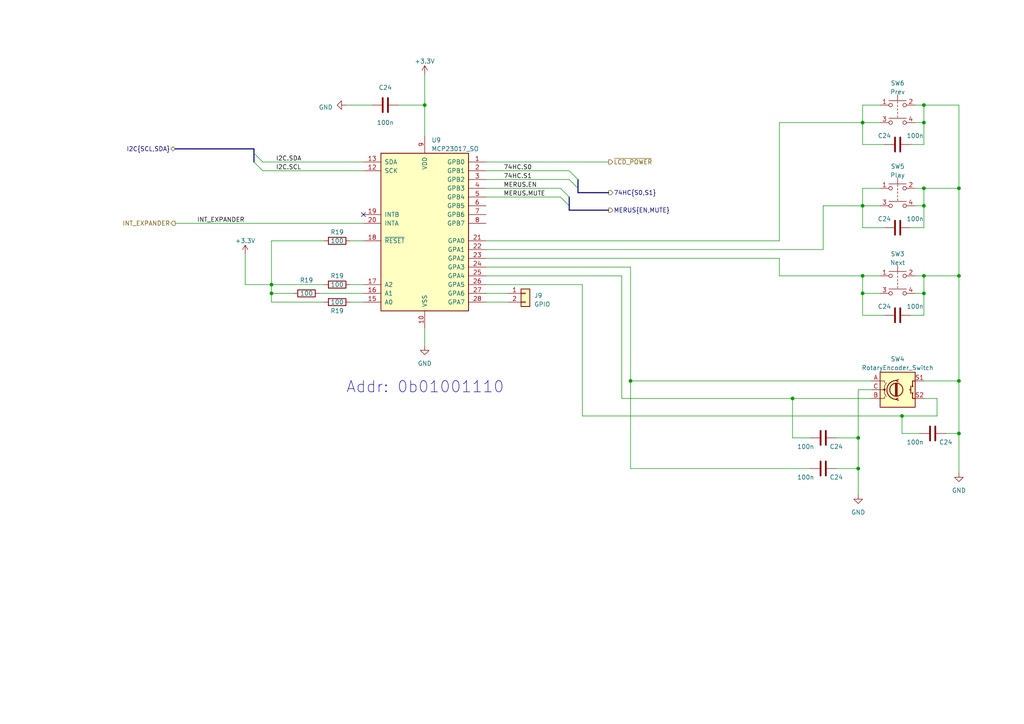
<source format=kicad_sch>
(kicad_sch (version 20230121) (generator eeschema)

  (uuid bc9ede75-7a36-4cc1-89a9-42a015e95bb7)

  (paper "A4")

  (lib_symbols
    (symbol "Connector_Generic:Conn_01x02" (pin_names (offset 1.016) hide) (in_bom yes) (on_board yes)
      (property "Reference" "J" (at 0 2.54 0)
        (effects (font (size 1.27 1.27)))
      )
      (property "Value" "Conn_01x02" (at 0 -5.08 0)
        (effects (font (size 1.27 1.27)))
      )
      (property "Footprint" "" (at 0 0 0)
        (effects (font (size 1.27 1.27)) hide)
      )
      (property "Datasheet" "~" (at 0 0 0)
        (effects (font (size 1.27 1.27)) hide)
      )
      (property "ki_keywords" "connector" (at 0 0 0)
        (effects (font (size 1.27 1.27)) hide)
      )
      (property "ki_description" "Generic connector, single row, 01x02, script generated (kicad-library-utils/schlib/autogen/connector/)" (at 0 0 0)
        (effects (font (size 1.27 1.27)) hide)
      )
      (property "ki_fp_filters" "Connector*:*_1x??_*" (at 0 0 0)
        (effects (font (size 1.27 1.27)) hide)
      )
      (symbol "Conn_01x02_1_1"
        (rectangle (start -1.27 -2.413) (end 0 -2.667)
          (stroke (width 0.1524) (type default))
          (fill (type none))
        )
        (rectangle (start -1.27 0.127) (end 0 -0.127)
          (stroke (width 0.1524) (type default))
          (fill (type none))
        )
        (rectangle (start -1.27 1.27) (end 1.27 -3.81)
          (stroke (width 0.254) (type default))
          (fill (type background))
        )
        (pin passive line (at -5.08 0 0) (length 3.81)
          (name "Pin_1" (effects (font (size 1.27 1.27))))
          (number "1" (effects (font (size 1.27 1.27))))
        )
        (pin passive line (at -5.08 -2.54 0) (length 3.81)
          (name "Pin_2" (effects (font (size 1.27 1.27))))
          (number "2" (effects (font (size 1.27 1.27))))
        )
      )
    )
    (symbol "Device:C" (pin_numbers hide) (pin_names (offset 0.254)) (in_bom yes) (on_board yes)
      (property "Reference" "C" (at 0.635 2.54 0)
        (effects (font (size 1.27 1.27)) (justify left))
      )
      (property "Value" "C" (at 0.635 -2.54 0)
        (effects (font (size 1.27 1.27)) (justify left))
      )
      (property "Footprint" "" (at 0.9652 -3.81 0)
        (effects (font (size 1.27 1.27)) hide)
      )
      (property "Datasheet" "~" (at 0 0 0)
        (effects (font (size 1.27 1.27)) hide)
      )
      (property "ki_keywords" "cap capacitor" (at 0 0 0)
        (effects (font (size 1.27 1.27)) hide)
      )
      (property "ki_description" "Unpolarized capacitor" (at 0 0 0)
        (effects (font (size 1.27 1.27)) hide)
      )
      (property "ki_fp_filters" "C_*" (at 0 0 0)
        (effects (font (size 1.27 1.27)) hide)
      )
      (symbol "C_0_1"
        (polyline
          (pts
            (xy -2.032 -0.762)
            (xy 2.032 -0.762)
          )
          (stroke (width 0.508) (type default))
          (fill (type none))
        )
        (polyline
          (pts
            (xy -2.032 0.762)
            (xy 2.032 0.762)
          )
          (stroke (width 0.508) (type default))
          (fill (type none))
        )
      )
      (symbol "C_1_1"
        (pin passive line (at 0 3.81 270) (length 2.794)
          (name "~" (effects (font (size 1.27 1.27))))
          (number "1" (effects (font (size 1.27 1.27))))
        )
        (pin passive line (at 0 -3.81 90) (length 2.794)
          (name "~" (effects (font (size 1.27 1.27))))
          (number "2" (effects (font (size 1.27 1.27))))
        )
      )
    )
    (symbol "Device:R" (pin_numbers hide) (pin_names (offset 0)) (in_bom yes) (on_board yes)
      (property "Reference" "R" (at 2.032 0 90)
        (effects (font (size 1.27 1.27)))
      )
      (property "Value" "R" (at 0 0 90)
        (effects (font (size 1.27 1.27)))
      )
      (property "Footprint" "" (at -1.778 0 90)
        (effects (font (size 1.27 1.27)) hide)
      )
      (property "Datasheet" "~" (at 0 0 0)
        (effects (font (size 1.27 1.27)) hide)
      )
      (property "ki_keywords" "R res resistor" (at 0 0 0)
        (effects (font (size 1.27 1.27)) hide)
      )
      (property "ki_description" "Resistor" (at 0 0 0)
        (effects (font (size 1.27 1.27)) hide)
      )
      (property "ki_fp_filters" "R_*" (at 0 0 0)
        (effects (font (size 1.27 1.27)) hide)
      )
      (symbol "R_0_1"
        (rectangle (start -1.016 -2.54) (end 1.016 2.54)
          (stroke (width 0.254) (type default))
          (fill (type none))
        )
      )
      (symbol "R_1_1"
        (pin passive line (at 0 3.81 270) (length 1.27)
          (name "~" (effects (font (size 1.27 1.27))))
          (number "1" (effects (font (size 1.27 1.27))))
        )
        (pin passive line (at 0 -3.81 90) (length 1.27)
          (name "~" (effects (font (size 1.27 1.27))))
          (number "2" (effects (font (size 1.27 1.27))))
        )
      )
    )
    (symbol "Device:RotaryEncoder_Switch" (pin_names (offset 0.254) hide) (in_bom yes) (on_board yes)
      (property "Reference" "SW" (at 0 6.604 0)
        (effects (font (size 1.27 1.27)))
      )
      (property "Value" "RotaryEncoder_Switch" (at 0 -6.604 0)
        (effects (font (size 1.27 1.27)))
      )
      (property "Footprint" "" (at -3.81 4.064 0)
        (effects (font (size 1.27 1.27)) hide)
      )
      (property "Datasheet" "~" (at 0 6.604 0)
        (effects (font (size 1.27 1.27)) hide)
      )
      (property "ki_keywords" "rotary switch encoder switch push button" (at 0 0 0)
        (effects (font (size 1.27 1.27)) hide)
      )
      (property "ki_description" "Rotary encoder, dual channel, incremental quadrate outputs, with switch" (at 0 0 0)
        (effects (font (size 1.27 1.27)) hide)
      )
      (property "ki_fp_filters" "RotaryEncoder*Switch*" (at 0 0 0)
        (effects (font (size 1.27 1.27)) hide)
      )
      (symbol "RotaryEncoder_Switch_0_1"
        (rectangle (start -5.08 5.08) (end 5.08 -5.08)
          (stroke (width 0.254) (type default))
          (fill (type background))
        )
        (circle (center -3.81 0) (radius 0.254)
          (stroke (width 0) (type default))
          (fill (type outline))
        )
        (circle (center -0.381 0) (radius 1.905)
          (stroke (width 0.254) (type default))
          (fill (type none))
        )
        (arc (start -0.381 2.667) (mid -3.0988 -0.0635) (end -0.381 -2.794)
          (stroke (width 0.254) (type default))
          (fill (type none))
        )
        (polyline
          (pts
            (xy -0.635 -1.778)
            (xy -0.635 1.778)
          )
          (stroke (width 0.254) (type default))
          (fill (type none))
        )
        (polyline
          (pts
            (xy -0.381 -1.778)
            (xy -0.381 1.778)
          )
          (stroke (width 0.254) (type default))
          (fill (type none))
        )
        (polyline
          (pts
            (xy -0.127 1.778)
            (xy -0.127 -1.778)
          )
          (stroke (width 0.254) (type default))
          (fill (type none))
        )
        (polyline
          (pts
            (xy 3.81 0)
            (xy 3.429 0)
          )
          (stroke (width 0.254) (type default))
          (fill (type none))
        )
        (polyline
          (pts
            (xy 3.81 1.016)
            (xy 3.81 -1.016)
          )
          (stroke (width 0.254) (type default))
          (fill (type none))
        )
        (polyline
          (pts
            (xy -5.08 -2.54)
            (xy -3.81 -2.54)
            (xy -3.81 -2.032)
          )
          (stroke (width 0) (type default))
          (fill (type none))
        )
        (polyline
          (pts
            (xy -5.08 2.54)
            (xy -3.81 2.54)
            (xy -3.81 2.032)
          )
          (stroke (width 0) (type default))
          (fill (type none))
        )
        (polyline
          (pts
            (xy 0.254 -3.048)
            (xy -0.508 -2.794)
            (xy 0.127 -2.413)
          )
          (stroke (width 0.254) (type default))
          (fill (type none))
        )
        (polyline
          (pts
            (xy 0.254 2.921)
            (xy -0.508 2.667)
            (xy 0.127 2.286)
          )
          (stroke (width 0.254) (type default))
          (fill (type none))
        )
        (polyline
          (pts
            (xy 5.08 -2.54)
            (xy 4.318 -2.54)
            (xy 4.318 -1.016)
          )
          (stroke (width 0.254) (type default))
          (fill (type none))
        )
        (polyline
          (pts
            (xy 5.08 2.54)
            (xy 4.318 2.54)
            (xy 4.318 1.016)
          )
          (stroke (width 0.254) (type default))
          (fill (type none))
        )
        (polyline
          (pts
            (xy -5.08 0)
            (xy -3.81 0)
            (xy -3.81 -1.016)
            (xy -3.302 -2.032)
          )
          (stroke (width 0) (type default))
          (fill (type none))
        )
        (polyline
          (pts
            (xy -4.318 0)
            (xy -3.81 0)
            (xy -3.81 1.016)
            (xy -3.302 2.032)
          )
          (stroke (width 0) (type default))
          (fill (type none))
        )
        (circle (center 4.318 -1.016) (radius 0.127)
          (stroke (width 0.254) (type default))
          (fill (type none))
        )
        (circle (center 4.318 1.016) (radius 0.127)
          (stroke (width 0.254) (type default))
          (fill (type none))
        )
      )
      (symbol "RotaryEncoder_Switch_1_1"
        (pin passive line (at -7.62 2.54 0) (length 2.54)
          (name "A" (effects (font (size 1.27 1.27))))
          (number "A" (effects (font (size 1.27 1.27))))
        )
        (pin passive line (at -7.62 -2.54 0) (length 2.54)
          (name "B" (effects (font (size 1.27 1.27))))
          (number "B" (effects (font (size 1.27 1.27))))
        )
        (pin passive line (at -7.62 0 0) (length 2.54)
          (name "C" (effects (font (size 1.27 1.27))))
          (number "C" (effects (font (size 1.27 1.27))))
        )
        (pin passive line (at 7.62 2.54 180) (length 2.54)
          (name "S1" (effects (font (size 1.27 1.27))))
          (number "S1" (effects (font (size 1.27 1.27))))
        )
        (pin passive line (at 7.62 -2.54 180) (length 2.54)
          (name "S2" (effects (font (size 1.27 1.27))))
          (number "S2" (effects (font (size 1.27 1.27))))
        )
      )
    )
    (symbol "Interface_Expansion:MCP23017_SO" (pin_names (offset 1.016)) (in_bom yes) (on_board yes)
      (property "Reference" "U" (at -11.43 24.13 0)
        (effects (font (size 1.27 1.27)))
      )
      (property "Value" "MCP23017_SO" (at 0 0 0)
        (effects (font (size 1.27 1.27)))
      )
      (property "Footprint" "Package_SO:SOIC-28W_7.5x17.9mm_P1.27mm" (at 5.08 -25.4 0)
        (effects (font (size 1.27 1.27)) (justify left) hide)
      )
      (property "Datasheet" "http://ww1.microchip.com/downloads/en/DeviceDoc/20001952C.pdf" (at 5.08 -27.94 0)
        (effects (font (size 1.27 1.27)) (justify left) hide)
      )
      (property "ki_keywords" "I2C parallel port expander" (at 0 0 0)
        (effects (font (size 1.27 1.27)) hide)
      )
      (property "ki_description" "16-bit I/O expander, I2C, interrupts, w pull-ups, SOIC-28" (at 0 0 0)
        (effects (font (size 1.27 1.27)) hide)
      )
      (property "ki_fp_filters" "SOIC*7.5x17.9mm*P1.27mm*" (at 0 0 0)
        (effects (font (size 1.27 1.27)) hide)
      )
      (symbol "MCP23017_SO_0_1"
        (rectangle (start -12.7 22.86) (end 12.7 -22.86)
          (stroke (width 0.254) (type default))
          (fill (type background))
        )
      )
      (symbol "MCP23017_SO_1_1"
        (pin bidirectional line (at 17.78 20.32 180) (length 5.08)
          (name "GPB0" (effects (font (size 1.27 1.27))))
          (number "1" (effects (font (size 1.27 1.27))))
        )
        (pin power_in line (at 0 -27.94 90) (length 5.08)
          (name "VSS" (effects (font (size 1.27 1.27))))
          (number "10" (effects (font (size 1.27 1.27))))
        )
        (pin no_connect line (at -12.7 15.24 0) (length 5.08) hide
          (name "NC" (effects (font (size 1.27 1.27))))
          (number "11" (effects (font (size 1.27 1.27))))
        )
        (pin input line (at -17.78 17.78 0) (length 5.08)
          (name "SCK" (effects (font (size 1.27 1.27))))
          (number "12" (effects (font (size 1.27 1.27))))
        )
        (pin bidirectional line (at -17.78 20.32 0) (length 5.08)
          (name "SDA" (effects (font (size 1.27 1.27))))
          (number "13" (effects (font (size 1.27 1.27))))
        )
        (pin no_connect line (at -12.7 12.7 0) (length 5.08) hide
          (name "NC" (effects (font (size 1.27 1.27))))
          (number "14" (effects (font (size 1.27 1.27))))
        )
        (pin input line (at -17.78 -20.32 0) (length 5.08)
          (name "A0" (effects (font (size 1.27 1.27))))
          (number "15" (effects (font (size 1.27 1.27))))
        )
        (pin input line (at -17.78 -17.78 0) (length 5.08)
          (name "A1" (effects (font (size 1.27 1.27))))
          (number "16" (effects (font (size 1.27 1.27))))
        )
        (pin input line (at -17.78 -15.24 0) (length 5.08)
          (name "A2" (effects (font (size 1.27 1.27))))
          (number "17" (effects (font (size 1.27 1.27))))
        )
        (pin input line (at -17.78 -2.54 0) (length 5.08)
          (name "~{RESET}" (effects (font (size 1.27 1.27))))
          (number "18" (effects (font (size 1.27 1.27))))
        )
        (pin tri_state line (at -17.78 5.08 0) (length 5.08)
          (name "INTB" (effects (font (size 1.27 1.27))))
          (number "19" (effects (font (size 1.27 1.27))))
        )
        (pin bidirectional line (at 17.78 17.78 180) (length 5.08)
          (name "GPB1" (effects (font (size 1.27 1.27))))
          (number "2" (effects (font (size 1.27 1.27))))
        )
        (pin tri_state line (at -17.78 2.54 0) (length 5.08)
          (name "INTA" (effects (font (size 1.27 1.27))))
          (number "20" (effects (font (size 1.27 1.27))))
        )
        (pin bidirectional line (at 17.78 -2.54 180) (length 5.08)
          (name "GPA0" (effects (font (size 1.27 1.27))))
          (number "21" (effects (font (size 1.27 1.27))))
        )
        (pin bidirectional line (at 17.78 -5.08 180) (length 5.08)
          (name "GPA1" (effects (font (size 1.27 1.27))))
          (number "22" (effects (font (size 1.27 1.27))))
        )
        (pin bidirectional line (at 17.78 -7.62 180) (length 5.08)
          (name "GPA2" (effects (font (size 1.27 1.27))))
          (number "23" (effects (font (size 1.27 1.27))))
        )
        (pin bidirectional line (at 17.78 -10.16 180) (length 5.08)
          (name "GPA3" (effects (font (size 1.27 1.27))))
          (number "24" (effects (font (size 1.27 1.27))))
        )
        (pin bidirectional line (at 17.78 -12.7 180) (length 5.08)
          (name "GPA4" (effects (font (size 1.27 1.27))))
          (number "25" (effects (font (size 1.27 1.27))))
        )
        (pin bidirectional line (at 17.78 -15.24 180) (length 5.08)
          (name "GPA5" (effects (font (size 1.27 1.27))))
          (number "26" (effects (font (size 1.27 1.27))))
        )
        (pin bidirectional line (at 17.78 -17.78 180) (length 5.08)
          (name "GPA6" (effects (font (size 1.27 1.27))))
          (number "27" (effects (font (size 1.27 1.27))))
        )
        (pin bidirectional line (at 17.78 -20.32 180) (length 5.08)
          (name "GPA7" (effects (font (size 1.27 1.27))))
          (number "28" (effects (font (size 1.27 1.27))))
        )
        (pin bidirectional line (at 17.78 15.24 180) (length 5.08)
          (name "GPB2" (effects (font (size 1.27 1.27))))
          (number "3" (effects (font (size 1.27 1.27))))
        )
        (pin bidirectional line (at 17.78 12.7 180) (length 5.08)
          (name "GPB3" (effects (font (size 1.27 1.27))))
          (number "4" (effects (font (size 1.27 1.27))))
        )
        (pin bidirectional line (at 17.78 10.16 180) (length 5.08)
          (name "GPB4" (effects (font (size 1.27 1.27))))
          (number "5" (effects (font (size 1.27 1.27))))
        )
        (pin bidirectional line (at 17.78 7.62 180) (length 5.08)
          (name "GPB5" (effects (font (size 1.27 1.27))))
          (number "6" (effects (font (size 1.27 1.27))))
        )
        (pin bidirectional line (at 17.78 5.08 180) (length 5.08)
          (name "GPB6" (effects (font (size 1.27 1.27))))
          (number "7" (effects (font (size 1.27 1.27))))
        )
        (pin bidirectional line (at 17.78 2.54 180) (length 5.08)
          (name "GPB7" (effects (font (size 1.27 1.27))))
          (number "8" (effects (font (size 1.27 1.27))))
        )
        (pin power_in line (at 0 27.94 270) (length 5.08)
          (name "VDD" (effects (font (size 1.27 1.27))))
          (number "9" (effects (font (size 1.27 1.27))))
        )
      )
    )
    (symbol "Switch:SW_Push_Dual" (pin_names (offset 1.016) hide) (in_bom yes) (on_board yes)
      (property "Reference" "SW" (at 1.27 2.54 0)
        (effects (font (size 1.27 1.27)) (justify left))
      )
      (property "Value" "SW_Push_Dual" (at 0 -6.858 0)
        (effects (font (size 1.27 1.27)))
      )
      (property "Footprint" "" (at 0 5.08 0)
        (effects (font (size 1.27 1.27)) hide)
      )
      (property "Datasheet" "~" (at 0 5.08 0)
        (effects (font (size 1.27 1.27)) hide)
      )
      (property "ki_keywords" "switch normally-open pushbutton push-button" (at 0 0 0)
        (effects (font (size 1.27 1.27)) hide)
      )
      (property "ki_description" "Push button switch, generic, symbol, four pins" (at 0 0 0)
        (effects (font (size 1.27 1.27)) hide)
      )
      (symbol "SW_Push_Dual_0_1"
        (circle (center -2.032 -5.08) (radius 0.508)
          (stroke (width 0) (type default))
          (fill (type none))
        )
        (circle (center -2.032 0) (radius 0.508)
          (stroke (width 0) (type default))
          (fill (type none))
        )
        (polyline
          (pts
            (xy 0 -3.048)
            (xy 0 -3.556)
          )
          (stroke (width 0) (type default))
          (fill (type none))
        )
        (polyline
          (pts
            (xy 0 -2.032)
            (xy 0 -2.54)
          )
          (stroke (width 0) (type default))
          (fill (type none))
        )
        (polyline
          (pts
            (xy 0 -1.524)
            (xy 0 -1.016)
          )
          (stroke (width 0) (type default))
          (fill (type none))
        )
        (polyline
          (pts
            (xy 0 -0.508)
            (xy 0 0)
          )
          (stroke (width 0) (type default))
          (fill (type none))
        )
        (polyline
          (pts
            (xy 0 0.508)
            (xy 0 1.016)
          )
          (stroke (width 0) (type default))
          (fill (type none))
        )
        (polyline
          (pts
            (xy 0 1.27)
            (xy 0 3.048)
          )
          (stroke (width 0) (type default))
          (fill (type none))
        )
        (polyline
          (pts
            (xy 2.54 -3.81)
            (xy -2.54 -3.81)
          )
          (stroke (width 0) (type default))
          (fill (type none))
        )
        (polyline
          (pts
            (xy 2.54 1.27)
            (xy -2.54 1.27)
          )
          (stroke (width 0) (type default))
          (fill (type none))
        )
        (circle (center 2.032 -5.08) (radius 0.508)
          (stroke (width 0) (type default))
          (fill (type none))
        )
        (circle (center 2.032 0) (radius 0.508)
          (stroke (width 0) (type default))
          (fill (type none))
        )
        (pin passive line (at -5.08 0 0) (length 2.54)
          (name "1" (effects (font (size 1.27 1.27))))
          (number "1" (effects (font (size 1.27 1.27))))
        )
        (pin passive line (at 5.08 0 180) (length 2.54)
          (name "2" (effects (font (size 1.27 1.27))))
          (number "2" (effects (font (size 1.27 1.27))))
        )
        (pin passive line (at -5.08 -5.08 0) (length 2.54)
          (name "3" (effects (font (size 1.27 1.27))))
          (number "3" (effects (font (size 1.27 1.27))))
        )
        (pin passive line (at 5.08 -5.08 180) (length 2.54)
          (name "4" (effects (font (size 1.27 1.27))))
          (number "4" (effects (font (size 1.27 1.27))))
        )
      )
    )
    (symbol "power:+3.3V" (power) (pin_names (offset 0)) (in_bom yes) (on_board yes)
      (property "Reference" "#PWR" (at 0 -3.81 0)
        (effects (font (size 1.27 1.27)) hide)
      )
      (property "Value" "+3.3V" (at 0 3.556 0)
        (effects (font (size 1.27 1.27)))
      )
      (property "Footprint" "" (at 0 0 0)
        (effects (font (size 1.27 1.27)) hide)
      )
      (property "Datasheet" "" (at 0 0 0)
        (effects (font (size 1.27 1.27)) hide)
      )
      (property "ki_keywords" "global power" (at 0 0 0)
        (effects (font (size 1.27 1.27)) hide)
      )
      (property "ki_description" "Power symbol creates a global label with name \"+3.3V\"" (at 0 0 0)
        (effects (font (size 1.27 1.27)) hide)
      )
      (symbol "+3.3V_0_1"
        (polyline
          (pts
            (xy -0.762 1.27)
            (xy 0 2.54)
          )
          (stroke (width 0) (type default))
          (fill (type none))
        )
        (polyline
          (pts
            (xy 0 0)
            (xy 0 2.54)
          )
          (stroke (width 0) (type default))
          (fill (type none))
        )
        (polyline
          (pts
            (xy 0 2.54)
            (xy 0.762 1.27)
          )
          (stroke (width 0) (type default))
          (fill (type none))
        )
      )
      (symbol "+3.3V_1_1"
        (pin power_in line (at 0 0 90) (length 0) hide
          (name "+3.3V" (effects (font (size 1.27 1.27))))
          (number "1" (effects (font (size 1.27 1.27))))
        )
      )
    )
    (symbol "power:GND" (power) (pin_names (offset 0)) (in_bom yes) (on_board yes)
      (property "Reference" "#PWR" (at 0 -6.35 0)
        (effects (font (size 1.27 1.27)) hide)
      )
      (property "Value" "GND" (at 0 -3.81 0)
        (effects (font (size 1.27 1.27)))
      )
      (property "Footprint" "" (at 0 0 0)
        (effects (font (size 1.27 1.27)) hide)
      )
      (property "Datasheet" "" (at 0 0 0)
        (effects (font (size 1.27 1.27)) hide)
      )
      (property "ki_keywords" "global power" (at 0 0 0)
        (effects (font (size 1.27 1.27)) hide)
      )
      (property "ki_description" "Power symbol creates a global label with name \"GND\" , ground" (at 0 0 0)
        (effects (font (size 1.27 1.27)) hide)
      )
      (symbol "GND_0_1"
        (polyline
          (pts
            (xy 0 0)
            (xy 0 -1.27)
            (xy 1.27 -1.27)
            (xy 0 -2.54)
            (xy -1.27 -1.27)
            (xy 0 -1.27)
          )
          (stroke (width 0) (type default))
          (fill (type none))
        )
      )
      (symbol "GND_1_1"
        (pin power_in line (at 0 0 270) (length 0) hide
          (name "GND" (effects (font (size 1.27 1.27))))
          (number "1" (effects (font (size 1.27 1.27))))
        )
      )
    )
  )


  (junction (at 267.97 35.56) (diameter 0) (color 0 0 0 0)
    (uuid 09869d14-79a5-4109-a9a5-ffee3a4fdff1)
  )
  (junction (at 278.13 54.61) (diameter 0) (color 0 0 0 0)
    (uuid 267a6f90-793b-4f39-93fa-037508bf29ab)
  )
  (junction (at 278.13 110.49) (diameter 0) (color 0 0 0 0)
    (uuid 38604457-5a61-48c6-8db4-a87d95f36b2d)
  )
  (junction (at 248.92 127) (diameter 0) (color 0 0 0 0)
    (uuid 3a1227e2-a087-48ba-bd8e-1f6958131edc)
  )
  (junction (at 182.88 110.49) (diameter 0) (color 0 0 0 0)
    (uuid 3a82fa29-8b0d-430a-9d1d-041b78e15db1)
  )
  (junction (at 261.62 120.65) (diameter 0) (color 0 0 0 0)
    (uuid 43081fef-ebdc-46da-a66b-fa0ca36db98f)
  )
  (junction (at 250.19 85.09) (diameter 0) (color 0 0 0 0)
    (uuid 4900d1ea-31d0-4ae7-ac3f-4bb455212189)
  )
  (junction (at 267.97 59.69) (diameter 0) (color 0 0 0 0)
    (uuid 56e65c7a-9b43-4f79-a35e-6cbbf860726b)
  )
  (junction (at 267.97 30.48) (diameter 0) (color 0 0 0 0)
    (uuid 5901571d-2f30-4fb5-bbb5-d4b2ffac8dca)
  )
  (junction (at 248.92 135.89) (diameter 0) (color 0 0 0 0)
    (uuid 682c823f-aa48-4592-90af-38aa9e95c412)
  )
  (junction (at 267.97 80.01) (diameter 0) (color 0 0 0 0)
    (uuid 6d2c47cb-44d9-464f-a817-b6aaf8dcad36)
  )
  (junction (at 267.97 54.61) (diameter 0) (color 0 0 0 0)
    (uuid 7d4ec8eb-81ba-443d-abb8-043be6838b98)
  )
  (junction (at 250.19 35.56) (diameter 0) (color 0 0 0 0)
    (uuid a69eead3-7da6-4e23-9164-b4bc6b19de62)
  )
  (junction (at 267.97 85.09) (diameter 0) (color 0 0 0 0)
    (uuid ab8023b8-c270-4dba-8b43-aa71d8158ae1)
  )
  (junction (at 250.19 80.01) (diameter 0) (color 0 0 0 0)
    (uuid baacc847-8a7b-43ce-9280-8a18e34855ed)
  )
  (junction (at 278.13 80.01) (diameter 0) (color 0 0 0 0)
    (uuid d1140351-3d4e-4de2-bb41-6773f9e10715)
  )
  (junction (at 250.19 59.69) (diameter 0) (color 0 0 0 0)
    (uuid df6f2b7c-71d7-47d8-9213-c1708c853b88)
  )
  (junction (at 278.13 125.73) (diameter 0) (color 0 0 0 0)
    (uuid e073225c-e026-45a7-a63e-5921e5302ed8)
  )
  (junction (at 78.74 82.55) (diameter 0) (color 0 0 0 0)
    (uuid e73b561d-9c43-449e-bd6c-8925f8ac0a8c)
  )
  (junction (at 229.87 115.57) (diameter 0) (color 0 0 0 0)
    (uuid ef9d4596-0331-48d9-b188-266bb6650fd7)
  )
  (junction (at 78.74 85.09) (diameter 0) (color 0 0 0 0)
    (uuid fb82e1d0-cf49-479b-9e27-c8bdbce59e57)
  )
  (junction (at 123.19 30.48) (diameter 0) (color 0 0 0 0)
    (uuid fc060aa3-d334-4282-a0db-58cd5da8965c)
  )

  (no_connect (at 105.41 62.23) (uuid 73fb40d0-b769-4fc2-b890-2067ba85f7d0))

  (bus_entry (at 162.56 54.61) (size 2.54 2.54)
    (stroke (width 0) (type default))
    (uuid 22f66dc6-69d2-437e-bb9a-bf83ed13f1ee)
  )
  (bus_entry (at 162.56 57.15) (size 2.54 2.54)
    (stroke (width 0) (type default))
    (uuid 44e78748-1ef8-4dff-a11a-e29c1f50d540)
  )
  (bus_entry (at 165.1 49.53) (size 2.54 2.54)
    (stroke (width 0) (type default))
    (uuid 7fe05768-e1c4-4a46-852f-641773059b96)
  )
  (bus_entry (at 73.66 44.45) (size 2.54 2.54)
    (stroke (width 0) (type default))
    (uuid 9c80df46-48cc-41e9-ac0f-8678247ee64b)
  )
  (bus_entry (at 73.66 46.99) (size 2.54 2.54)
    (stroke (width 0) (type default))
    (uuid 9ff2b1cb-af11-4df2-8ff3-9e22d8bd7425)
  )
  (bus_entry (at 165.1 52.07) (size 2.54 2.54)
    (stroke (width 0) (type default))
    (uuid f933e34a-487e-4563-81eb-b81f07f67676)
  )

  (wire (pts (xy 261.62 125.73) (xy 261.62 120.65))
    (stroke (width 0) (type default))
    (uuid 06ecf908-a687-45ea-a902-61f2e54ae848)
  )
  (bus (pts (xy 50.8 43.18) (xy 73.66 43.18))
    (stroke (width 0) (type default))
    (uuid 0d6e26c2-b182-4a58-94b3-8642992a5ac2)
  )

  (wire (pts (xy 140.97 87.63) (xy 147.32 87.63))
    (stroke (width 0) (type default))
    (uuid 10ef8c8d-b1c4-4e28-80a3-34bfc2b49b92)
  )
  (wire (pts (xy 100.33 30.48) (xy 107.95 30.48))
    (stroke (width 0) (type default))
    (uuid 12dfeb61-8d3a-4919-bec7-4a80da2caa51)
  )
  (wire (pts (xy 250.19 66.04) (xy 250.19 59.69))
    (stroke (width 0) (type default))
    (uuid 1c8750df-7da6-4852-870b-87cc9e7ef7f7)
  )
  (wire (pts (xy 267.97 66.04) (xy 267.97 59.69))
    (stroke (width 0) (type default))
    (uuid 21a19116-6156-4cd3-a860-aeb8061f2a74)
  )
  (wire (pts (xy 250.19 35.56) (xy 250.19 30.48))
    (stroke (width 0) (type default))
    (uuid 26631bb8-93b4-4f33-a967-2b3df5f71f1d)
  )
  (wire (pts (xy 78.74 85.09) (xy 85.09 85.09))
    (stroke (width 0) (type default))
    (uuid 28aabb91-f924-4a4d-a6e9-d6643a7cf8af)
  )
  (wire (pts (xy 278.13 125.73) (xy 278.13 137.16))
    (stroke (width 0) (type default))
    (uuid 2c3af68c-51eb-4e65-9415-4bda620cd4b9)
  )
  (wire (pts (xy 252.73 113.03) (xy 248.92 113.03))
    (stroke (width 0) (type default))
    (uuid 2c450229-6c68-4c13-8dd1-15ddab4abdec)
  )
  (wire (pts (xy 123.19 30.48) (xy 123.19 39.37))
    (stroke (width 0) (type default))
    (uuid 2ede6436-2c90-49b4-8f38-71e20fca7529)
  )
  (wire (pts (xy 226.06 74.93) (xy 226.06 80.01))
    (stroke (width 0) (type default))
    (uuid 2fa2de2c-9013-4035-b6d5-c05d340bd448)
  )
  (bus (pts (xy 167.64 55.88) (xy 176.53 55.88))
    (stroke (width 0) (type default))
    (uuid 37cbd6e6-53fd-4801-aeb1-ac5e1a149ef7)
  )

  (wire (pts (xy 140.97 57.15) (xy 162.56 57.15))
    (stroke (width 0) (type default))
    (uuid 38a7c21e-9739-4cee-bc30-e76689274070)
  )
  (wire (pts (xy 255.27 35.56) (xy 250.19 35.56))
    (stroke (width 0) (type default))
    (uuid 3905a94f-e32d-4f83-a743-8e956ccc05f8)
  )
  (wire (pts (xy 168.91 120.65) (xy 168.91 82.55))
    (stroke (width 0) (type default))
    (uuid 3acb8814-68fa-481c-a795-5a0b96e3da87)
  )
  (wire (pts (xy 255.27 54.61) (xy 250.19 54.61))
    (stroke (width 0) (type default))
    (uuid 3af4dea8-efac-4c31-92ce-3fa3e283d2a4)
  )
  (wire (pts (xy 256.54 66.04) (xy 250.19 66.04))
    (stroke (width 0) (type default))
    (uuid 3bb456b4-8dba-4e66-b69c-1c2f5e35391a)
  )
  (wire (pts (xy 267.97 30.48) (xy 278.13 30.48))
    (stroke (width 0) (type default))
    (uuid 3cf35fc2-0d91-4808-b715-22820748e1de)
  )
  (bus (pts (xy 165.1 60.96) (xy 176.53 60.96))
    (stroke (width 0) (type default))
    (uuid 3da2cbe7-2ef8-4ae8-b1f7-ea6ce61bdb8d)
  )

  (wire (pts (xy 78.74 82.55) (xy 93.98 82.55))
    (stroke (width 0) (type default))
    (uuid 401b4dab-b99a-4d5e-bede-3c8176b9413a)
  )
  (wire (pts (xy 250.19 91.44) (xy 250.19 85.09))
    (stroke (width 0) (type default))
    (uuid 434c2952-b3ef-45ca-b10b-0c19a60c8467)
  )
  (wire (pts (xy 226.06 35.56) (xy 250.19 35.56))
    (stroke (width 0) (type default))
    (uuid 45803fd9-f5bc-424b-9240-16e309a9b46b)
  )
  (wire (pts (xy 267.97 91.44) (xy 267.97 85.09))
    (stroke (width 0) (type default))
    (uuid 46aa652e-89b9-43c7-bced-af0f123f7422)
  )
  (wire (pts (xy 278.13 80.01) (xy 278.13 110.49))
    (stroke (width 0) (type default))
    (uuid 47eb119f-9107-48f7-882f-7ab81cf708df)
  )
  (wire (pts (xy 252.73 115.57) (xy 229.87 115.57))
    (stroke (width 0) (type default))
    (uuid 4a4b2a63-9e25-4844-a5ae-fc643ccec449)
  )
  (wire (pts (xy 180.34 80.01) (xy 140.97 80.01))
    (stroke (width 0) (type default))
    (uuid 4b3b395c-d2f5-4f00-bb0b-1eb92d70d602)
  )
  (wire (pts (xy 266.7 125.73) (xy 261.62 125.73))
    (stroke (width 0) (type default))
    (uuid 4e4d8523-a133-4ee0-b817-72d810777769)
  )
  (wire (pts (xy 71.12 82.55) (xy 78.74 82.55))
    (stroke (width 0) (type default))
    (uuid 4e945fec-2adf-4967-bb44-526bd709cd2b)
  )
  (wire (pts (xy 248.92 135.89) (xy 248.92 143.51))
    (stroke (width 0) (type default))
    (uuid 52f65cd4-95f0-4b60-a3ea-1610a74d31fb)
  )
  (wire (pts (xy 278.13 30.48) (xy 278.13 54.61))
    (stroke (width 0) (type default))
    (uuid 55ec46b6-a0c4-4dd5-9cfe-bae1919e5e30)
  )
  (wire (pts (xy 265.43 54.61) (xy 267.97 54.61))
    (stroke (width 0) (type default))
    (uuid 5638eea4-8ed0-423a-b8b8-2bb31e87ee75)
  )
  (bus (pts (xy 165.1 59.69) (xy 165.1 60.96))
    (stroke (width 0) (type default))
    (uuid 5b47fc8d-810a-409c-9ccb-f11441016ad4)
  )
  (bus (pts (xy 167.64 54.61) (xy 167.64 55.88))
    (stroke (width 0) (type default))
    (uuid 5b597568-b9fb-4436-a374-8d0d4c73bf67)
  )

  (wire (pts (xy 267.97 80.01) (xy 278.13 80.01))
    (stroke (width 0) (type default))
    (uuid 5c91d3b4-7470-4a0a-ac2e-1e74dc69c7be)
  )
  (wire (pts (xy 238.76 72.39) (xy 238.76 59.69))
    (stroke (width 0) (type default))
    (uuid 5ff5a090-d83f-46fd-8b1a-b94f06c11465)
  )
  (wire (pts (xy 123.19 21.59) (xy 123.19 30.48))
    (stroke (width 0) (type default))
    (uuid 6009194f-1500-47a3-b65d-8128fe351ed3)
  )
  (wire (pts (xy 140.97 77.47) (xy 182.88 77.47))
    (stroke (width 0) (type default))
    (uuid 60de44d2-c291-4b1d-8f75-7af9809a9940)
  )
  (wire (pts (xy 92.71 85.09) (xy 105.41 85.09))
    (stroke (width 0) (type default))
    (uuid 60f805e5-5809-4555-9af3-9270bdf37e65)
  )
  (wire (pts (xy 267.97 54.61) (xy 267.97 59.69))
    (stroke (width 0) (type default))
    (uuid 610c6831-65ae-484f-bcc1-86bd0aa750fa)
  )
  (wire (pts (xy 261.62 120.65) (xy 168.91 120.65))
    (stroke (width 0) (type default))
    (uuid 645dc369-9770-48ba-bdb7-681c8989979d)
  )
  (wire (pts (xy 256.54 41.91) (xy 250.19 41.91))
    (stroke (width 0) (type default))
    (uuid 65420d80-7101-4aeb-a141-9c02f427de5a)
  )
  (wire (pts (xy 267.97 54.61) (xy 278.13 54.61))
    (stroke (width 0) (type default))
    (uuid 66447c02-5478-4152-ace6-7e0295fefcee)
  )
  (wire (pts (xy 229.87 127) (xy 229.87 115.57))
    (stroke (width 0) (type default))
    (uuid 6905223a-f221-4ccb-b4d9-683d15572a86)
  )
  (wire (pts (xy 140.97 69.85) (xy 226.06 69.85))
    (stroke (width 0) (type default))
    (uuid 6beae264-3c15-42d9-96c0-2855fa2d7ec5)
  )
  (wire (pts (xy 274.32 125.73) (xy 278.13 125.73))
    (stroke (width 0) (type default))
    (uuid 6dc8ac58-ea66-4a17-8ca9-7fa69f9714e6)
  )
  (wire (pts (xy 278.13 110.49) (xy 278.13 125.73))
    (stroke (width 0) (type default))
    (uuid 6e92dcd7-c2f4-49c7-bd93-c8945cacb30e)
  )
  (wire (pts (xy 256.54 91.44) (xy 250.19 91.44))
    (stroke (width 0) (type default))
    (uuid 715b4b5e-d8c2-4105-88fb-c353737170f5)
  )
  (wire (pts (xy 267.97 115.57) (xy 271.78 115.57))
    (stroke (width 0) (type default))
    (uuid 7172a7e5-783e-4e5c-a8fe-0c5030319b2b)
  )
  (wire (pts (xy 182.88 110.49) (xy 252.73 110.49))
    (stroke (width 0) (type default))
    (uuid 74877595-d9ec-485a-803d-451ea09a9ef8)
  )
  (wire (pts (xy 265.43 30.48) (xy 267.97 30.48))
    (stroke (width 0) (type default))
    (uuid 7c3d5bf7-2a14-4749-9148-55662c410d57)
  )
  (wire (pts (xy 242.57 127) (xy 248.92 127))
    (stroke (width 0) (type default))
    (uuid 7e2ac527-f88b-4b72-a8be-1af3a1261713)
  )
  (wire (pts (xy 250.19 85.09) (xy 250.19 80.01))
    (stroke (width 0) (type default))
    (uuid 82a19722-3412-4f6f-b2cd-cdaf8a73e669)
  )
  (wire (pts (xy 168.91 82.55) (xy 140.97 82.55))
    (stroke (width 0) (type default))
    (uuid 83c303b7-2034-43ef-8be1-344a3da34888)
  )
  (wire (pts (xy 234.95 135.89) (xy 182.88 135.89))
    (stroke (width 0) (type default))
    (uuid 855fd5b2-abba-434c-b68a-bef18bf432b9)
  )
  (wire (pts (xy 140.97 46.99) (xy 176.53 46.99))
    (stroke (width 0) (type default))
    (uuid 8836ddcf-d650-4a5d-ba80-0e1bde382307)
  )
  (wire (pts (xy 242.57 135.89) (xy 248.92 135.89))
    (stroke (width 0) (type default))
    (uuid 8880aa8e-c0b8-49e6-8a78-4aa7190092db)
  )
  (wire (pts (xy 250.19 30.48) (xy 255.27 30.48))
    (stroke (width 0) (type default))
    (uuid 88da2a21-2e83-4966-808c-9f38d250f3cf)
  )
  (wire (pts (xy 248.92 127) (xy 248.92 135.89))
    (stroke (width 0) (type default))
    (uuid 89a125ff-fa34-4c3d-a3e4-2b111d0e8631)
  )
  (wire (pts (xy 140.97 72.39) (xy 238.76 72.39))
    (stroke (width 0) (type default))
    (uuid 8c757619-38b7-45aa-b4df-d721f71e540e)
  )
  (wire (pts (xy 78.74 85.09) (xy 78.74 82.55))
    (stroke (width 0) (type default))
    (uuid 8e23eba3-b35c-48c7-ab46-31dc9386a76d)
  )
  (wire (pts (xy 238.76 59.69) (xy 250.19 59.69))
    (stroke (width 0) (type default))
    (uuid 901d9558-9d13-4fa5-975f-34d0ee7aea6b)
  )
  (wire (pts (xy 229.87 115.57) (xy 180.34 115.57))
    (stroke (width 0) (type default))
    (uuid 94a0c546-1a87-455a-9408-557cff32e3a8)
  )
  (wire (pts (xy 101.6 69.85) (xy 105.41 69.85))
    (stroke (width 0) (type default))
    (uuid 99a0a831-2b06-4e87-955f-87555367f158)
  )
  (wire (pts (xy 140.97 49.53) (xy 165.1 49.53))
    (stroke (width 0) (type default))
    (uuid 99edd085-5037-4dc8-b4de-31db2289d21e)
  )
  (wire (pts (xy 50.8 64.77) (xy 105.41 64.77))
    (stroke (width 0) (type default))
    (uuid 9ba274c6-e530-4dbf-948e-6b6f0008a8be)
  )
  (wire (pts (xy 267.97 30.48) (xy 267.97 35.56))
    (stroke (width 0) (type default))
    (uuid 9d0f92ee-33fb-46ee-8dc4-ef4fe9911b6b)
  )
  (wire (pts (xy 250.19 41.91) (xy 250.19 35.56))
    (stroke (width 0) (type default))
    (uuid a2e30964-ffc5-44f2-9cdc-7f42c65caf43)
  )
  (wire (pts (xy 250.19 80.01) (xy 255.27 80.01))
    (stroke (width 0) (type default))
    (uuid a3ae67e2-afee-4afc-9cbe-d169e3df6050)
  )
  (wire (pts (xy 250.19 54.61) (xy 250.19 59.69))
    (stroke (width 0) (type default))
    (uuid a802e5b3-6516-4da7-9bdc-ad22e8fa8e64)
  )
  (wire (pts (xy 248.92 113.03) (xy 248.92 127))
    (stroke (width 0) (type default))
    (uuid a8daee25-e666-40b0-8e69-4f23579824a6)
  )
  (wire (pts (xy 264.16 66.04) (xy 267.97 66.04))
    (stroke (width 0) (type default))
    (uuid ae204c86-7d32-4db3-8550-dbe8b319016d)
  )
  (wire (pts (xy 265.43 80.01) (xy 267.97 80.01))
    (stroke (width 0) (type default))
    (uuid af20d9a1-16aa-4914-8523-52e74f3020a3)
  )
  (wire (pts (xy 267.97 110.49) (xy 278.13 110.49))
    (stroke (width 0) (type default))
    (uuid b68cafd5-3038-43e4-b9c7-605355055e6b)
  )
  (wire (pts (xy 101.6 87.63) (xy 105.41 87.63))
    (stroke (width 0) (type default))
    (uuid b8414d1b-852d-4ec1-8620-a7e5661d2bff)
  )
  (wire (pts (xy 182.88 135.89) (xy 182.88 110.49))
    (stroke (width 0) (type default))
    (uuid b8a7eab0-b164-4415-9552-f6f3eb2bb53b)
  )
  (wire (pts (xy 140.97 74.93) (xy 226.06 74.93))
    (stroke (width 0) (type default))
    (uuid ba1538d1-9001-42a0-ae14-7e77769790e1)
  )
  (wire (pts (xy 78.74 69.85) (xy 78.74 82.55))
    (stroke (width 0) (type default))
    (uuid bb00c491-2d9b-4395-b3d4-d5b5c8f7e962)
  )
  (wire (pts (xy 101.6 82.55) (xy 105.41 82.55))
    (stroke (width 0) (type default))
    (uuid bcc7c974-1fae-4fa2-8747-62ade0a4a467)
  )
  (wire (pts (xy 278.13 54.61) (xy 278.13 80.01))
    (stroke (width 0) (type default))
    (uuid bf9957be-6278-4e99-9b50-eff2affebe47)
  )
  (wire (pts (xy 265.43 85.09) (xy 267.97 85.09))
    (stroke (width 0) (type default))
    (uuid c04c6e4d-4af9-4b37-a8f1-0891ca5d3897)
  )
  (wire (pts (xy 78.74 87.63) (xy 78.74 85.09))
    (stroke (width 0) (type default))
    (uuid c0be7ffa-4f3d-4f56-843d-90f51dcff7c2)
  )
  (wire (pts (xy 226.06 69.85) (xy 226.06 35.56))
    (stroke (width 0) (type default))
    (uuid c3ed56fd-f4a0-4531-9b2b-b55de6298a27)
  )
  (wire (pts (xy 123.19 95.25) (xy 123.19 100.33))
    (stroke (width 0) (type default))
    (uuid c466ac49-68db-48ad-ae47-f0320fd65d5c)
  )
  (wire (pts (xy 264.16 41.91) (xy 267.97 41.91))
    (stroke (width 0) (type default))
    (uuid c9a23e3c-3236-47e8-a8f1-e15533bf7d13)
  )
  (bus (pts (xy 167.64 52.07) (xy 167.64 54.61))
    (stroke (width 0) (type default))
    (uuid cbab233e-939f-492f-bb1a-05b30440c305)
  )

  (wire (pts (xy 271.78 115.57) (xy 271.78 120.65))
    (stroke (width 0) (type default))
    (uuid ceb18dee-8e9f-4812-bffb-297db3d86d04)
  )
  (wire (pts (xy 76.2 49.53) (xy 105.41 49.53))
    (stroke (width 0) (type default))
    (uuid d162bb9e-770f-47c9-91db-520f83dd79b0)
  )
  (wire (pts (xy 264.16 91.44) (xy 267.97 91.44))
    (stroke (width 0) (type default))
    (uuid d5e09c1b-9eec-49f6-8a63-5db0bd4900fc)
  )
  (wire (pts (xy 226.06 80.01) (xy 250.19 80.01))
    (stroke (width 0) (type default))
    (uuid d868a52f-51a5-41c9-b666-edfdd84a04b0)
  )
  (wire (pts (xy 250.19 59.69) (xy 255.27 59.69))
    (stroke (width 0) (type default))
    (uuid dac340a0-5f9f-4f90-aeda-842556dd10d7)
  )
  (wire (pts (xy 265.43 35.56) (xy 267.97 35.56))
    (stroke (width 0) (type default))
    (uuid dad0f8ec-f44b-4937-bc1b-2bfda9a34f81)
  )
  (wire (pts (xy 267.97 35.56) (xy 267.97 41.91))
    (stroke (width 0) (type default))
    (uuid de6f57ab-0bdb-441f-b028-caab02d53223)
  )
  (wire (pts (xy 115.57 30.48) (xy 123.19 30.48))
    (stroke (width 0) (type default))
    (uuid de9a00c2-e720-427f-b057-e8ceff578566)
  )
  (wire (pts (xy 180.34 115.57) (xy 180.34 80.01))
    (stroke (width 0) (type default))
    (uuid e32783d7-d36d-43a7-b9bb-b6a4f8a7c95e)
  )
  (wire (pts (xy 140.97 52.07) (xy 165.1 52.07))
    (stroke (width 0) (type default))
    (uuid e45e9c53-a414-4d9d-854d-5958c9efe1aa)
  )
  (bus (pts (xy 73.66 44.45) (xy 73.66 43.18))
    (stroke (width 0) (type default))
    (uuid e59d28bc-d8c3-4318-9823-4d7316ca7b14)
  )

  (wire (pts (xy 271.78 120.65) (xy 261.62 120.65))
    (stroke (width 0) (type default))
    (uuid e9f38d40-fa02-4420-a21c-8331ce60d4c9)
  )
  (wire (pts (xy 265.43 59.69) (xy 267.97 59.69))
    (stroke (width 0) (type default))
    (uuid eac66c67-adb6-4855-b96b-309c6e008831)
  )
  (bus (pts (xy 73.66 46.99) (xy 73.66 44.45))
    (stroke (width 0) (type default))
    (uuid ec046443-656f-413a-9e7f-e405d5fe405a)
  )

  (wire (pts (xy 255.27 85.09) (xy 250.19 85.09))
    (stroke (width 0) (type default))
    (uuid ed83a2dc-4a03-4b3c-9edf-f5f681fffbdb)
  )
  (wire (pts (xy 140.97 54.61) (xy 162.56 54.61))
    (stroke (width 0) (type default))
    (uuid ef28c429-cb1b-48f8-8887-f979c760c15e)
  )
  (bus (pts (xy 165.1 57.15) (xy 165.1 59.69))
    (stroke (width 0) (type default))
    (uuid f1249878-4762-4f17-9d13-114d28385b28)
  )

  (wire (pts (xy 76.2 46.99) (xy 105.41 46.99))
    (stroke (width 0) (type default))
    (uuid f2f6471f-cd29-4a8a-a384-c5c73f918483)
  )
  (wire (pts (xy 71.12 73.66) (xy 71.12 82.55))
    (stroke (width 0) (type default))
    (uuid f5e493c9-f8e7-4a07-a7ec-62253e401f83)
  )
  (wire (pts (xy 140.97 85.09) (xy 147.32 85.09))
    (stroke (width 0) (type default))
    (uuid f68cfe25-4134-4270-94a1-78ee2157b2d7)
  )
  (wire (pts (xy 93.98 87.63) (xy 78.74 87.63))
    (stroke (width 0) (type default))
    (uuid f827e6cb-146c-474e-8482-81256752bf63)
  )
  (wire (pts (xy 234.95 127) (xy 229.87 127))
    (stroke (width 0) (type default))
    (uuid f838d807-8c26-4671-acca-d03fc15552ec)
  )
  (wire (pts (xy 267.97 85.09) (xy 267.97 80.01))
    (stroke (width 0) (type default))
    (uuid f9102ddf-42dc-4a04-b4ba-8847870d4420)
  )
  (wire (pts (xy 182.88 77.47) (xy 182.88 110.49))
    (stroke (width 0) (type default))
    (uuid fb6463ee-1ce6-47d7-a704-95efee81c5e2)
  )
  (wire (pts (xy 93.98 69.85) (xy 78.74 69.85))
    (stroke (width 0) (type default))
    (uuid fe16dc4d-68f4-4ab9-996b-5ad14e998d97)
  )

  (text "Addr: 0b01001110" (at 100.33 114.3 0)
    (effects (font (size 3.27 3.27)) (justify left bottom))
    (uuid bb426157-3314-4be0-b6a4-798457626a6e)
  )

  (label "INT_EXPANDER" (at 57.15 64.77 0) (fields_autoplaced)
    (effects (font (size 1.27 1.27)) (justify left bottom))
    (uuid 185d11c3-34d5-4c0a-9bfa-50b168fd5d91)
  )
  (label "MERUS.MUTE" (at 146.05 57.15 0) (fields_autoplaced)
    (effects (font (size 1.27 1.27)) (justify left bottom))
    (uuid 57dfb03d-f4a9-4cdf-aabe-2da07717d776)
  )
  (label "74HC.S1" (at 146.05 52.07 0) (fields_autoplaced)
    (effects (font (size 1.27 1.27)) (justify left bottom))
    (uuid 5c401df8-be9c-4e85-8372-ea726f20fd5a)
  )
  (label "I2C.SDA" (at 80.01 46.99 0) (fields_autoplaced)
    (effects (font (size 1.27 1.27)) (justify left bottom))
    (uuid 93345c10-5b77-4fc9-b097-85f203761ad2)
  )
  (label "I2C.SCL" (at 80.01 49.53 0) (fields_autoplaced)
    (effects (font (size 1.27 1.27)) (justify left bottom))
    (uuid 9838ede4-2779-4147-aef2-ffa678e40747)
  )
  (label "74HC.S0" (at 146.05 49.53 0) (fields_autoplaced)
    (effects (font (size 1.27 1.27)) (justify left bottom))
    (uuid d40210ec-5b9c-4e1f-87a4-f2ca75c26779)
  )
  (label "MERUS.EN" (at 146.05 54.61 0) (fields_autoplaced)
    (effects (font (size 1.27 1.27)) (justify left bottom))
    (uuid e4156eaf-e613-4718-a63c-9efa8edc3b4b)
  )

  (hierarchical_label "74HC{S0,S1}" (shape output) (at 176.53 55.88 0) (fields_autoplaced)
    (effects (font (size 1.27 1.27)) (justify left))
    (uuid 3f7869d4-051c-44ec-afb3-6de62a07ebe9)
  )
  (hierarchical_label "~{LCD_POWER}" (shape output) (at 176.53 46.99 0) (fields_autoplaced)
    (effects (font (size 1.27 1.27)) (justify left))
    (uuid 5862b156-4dbe-4eb5-a3f1-bf6a1a6fa5f6)
  )
  (hierarchical_label "I2C{SCL,SDA}" (shape bidirectional) (at 50.8 43.18 180) (fields_autoplaced)
    (effects (font (size 1.27 1.27)) (justify right))
    (uuid 9273eed0-91b8-4466-ad2f-138bd28d0228)
  )
  (hierarchical_label "MERUS{EN,MUTE}" (shape output) (at 176.53 60.96 0) (fields_autoplaced)
    (effects (font (size 1.27 1.27)) (justify left))
    (uuid ba5e2d89-b188-42d6-a3be-74c01f408715)
  )
  (hierarchical_label "INT_EXPANDER" (shape output) (at 50.8 64.77 180) (fields_autoplaced)
    (effects (font (size 1.27 1.27)) (justify right))
    (uuid c60a7258-3684-4f73-9a2f-a445e5339f93)
  )

  (symbol (lib_id "Device:RotaryEncoder_Switch") (at 260.35 113.03 0) (unit 1)
    (in_bom yes) (on_board yes) (dnp no) (fields_autoplaced)
    (uuid 0fc76a80-110d-4c22-ab71-a99b013b9d82)
    (property "Reference" "SW4" (at 260.35 104.14 0)
      (effects (font (size 1.27 1.27)))
    )
    (property "Value" "RotaryEncoder_Switch" (at 260.35 106.68 0)
      (effects (font (size 1.27 1.27)))
    )
    (property "Footprint" "" (at 256.54 108.966 0)
      (effects (font (size 1.27 1.27)) hide)
    )
    (property "Datasheet" "~" (at 260.35 106.426 0)
      (effects (font (size 1.27 1.27)) hide)
    )
    (pin "A" (uuid c31ddaa6-8d15-4185-b863-07c92567eb6e))
    (pin "B" (uuid 551dd658-e07e-4cf7-ad8e-4af9b158602d))
    (pin "C" (uuid 23adfa69-27d8-4caa-b7c7-e6c088411597))
    (pin "S1" (uuid de1b019d-cffc-430f-a034-511247f7e81b))
    (pin "S2" (uuid 607af159-d307-447d-9f68-71ce893828e8))
    (instances
      (project "esp_radio"
        (path "/c9e2e0d2-0655-4f5e-8e13-71b41b1f7cfe/6c8b235f-e3ea-4277-bdf9-de9910b169f3"
          (reference "SW4") (unit 1)
        )
      )
    )
  )

  (symbol (lib_id "power:GND") (at 123.19 100.33 0) (unit 1)
    (in_bom yes) (on_board yes) (dnp no) (fields_autoplaced)
    (uuid 17521f95-a117-4318-b897-74d225039893)
    (property "Reference" "#PWR053" (at 123.19 106.68 0)
      (effects (font (size 1.27 1.27)) hide)
    )
    (property "Value" "GND" (at 123.19 105.41 0)
      (effects (font (size 1.27 1.27)))
    )
    (property "Footprint" "" (at 123.19 100.33 0)
      (effects (font (size 1.27 1.27)) hide)
    )
    (property "Datasheet" "" (at 123.19 100.33 0)
      (effects (font (size 1.27 1.27)) hide)
    )
    (pin "1" (uuid cd8f92b3-bb73-4f9e-9a25-baf7b7456772))
    (instances
      (project "esp_radio"
        (path "/c9e2e0d2-0655-4f5e-8e13-71b41b1f7cfe/6c8b235f-e3ea-4277-bdf9-de9910b169f3"
          (reference "#PWR053") (unit 1)
        )
      )
    )
  )

  (symbol (lib_id "Device:C") (at 260.35 91.44 270) (unit 1)
    (in_bom yes) (on_board yes) (dnp no)
    (uuid 2464eb83-69ee-4d4f-942a-387d9dc99411)
    (property "Reference" "C24" (at 256.54 88.9 90)
      (effects (font (size 1.27 1.27)))
    )
    (property "Value" "100n" (at 265.43 88.9 90)
      (effects (font (size 1.27 1.27)))
    )
    (property "Footprint" "" (at 256.54 92.4052 0)
      (effects (font (size 1.27 1.27)) hide)
    )
    (property "Datasheet" "~" (at 260.35 91.44 0)
      (effects (font (size 1.27 1.27)) hide)
    )
    (pin "1" (uuid a3657537-5b9a-468e-9166-dccce77cd4f8))
    (pin "2" (uuid dfe7e464-817f-4cc2-8fea-6088a1a0080e))
    (instances
      (project "esp_radio"
        (path "/c9e2e0d2-0655-4f5e-8e13-71b41b1f7cfe/075c031f-b0b0-4bab-abfa-9d47d762eb65"
          (reference "C24") (unit 1)
        )
        (path "/c9e2e0d2-0655-4f5e-8e13-71b41b1f7cfe/6211a78e-7999-4e5f-acad-2efdf79e1a8e"
          (reference "C33") (unit 1)
        )
        (path "/c9e2e0d2-0655-4f5e-8e13-71b41b1f7cfe/6c8b235f-e3ea-4277-bdf9-de9910b169f3"
          (reference "C39") (unit 1)
        )
      )
    )
  )

  (symbol (lib_id "Device:R") (at 97.79 69.85 90) (unit 1)
    (in_bom yes) (on_board yes) (dnp no)
    (uuid 2c18c2f3-007b-44fb-867e-36432849b452)
    (property "Reference" "R19" (at 97.79 67.31 90)
      (effects (font (size 1.27 1.27)))
    )
    (property "Value" "100" (at 97.79 69.85 90)
      (effects (font (size 1.27 1.27)))
    )
    (property "Footprint" "" (at 97.79 71.628 90)
      (effects (font (size 1.27 1.27)) hide)
    )
    (property "Datasheet" "~" (at 97.79 69.85 0)
      (effects (font (size 1.27 1.27)) hide)
    )
    (pin "1" (uuid f8b3c632-a9d1-4cd4-9dbe-930c094efeab))
    (pin "2" (uuid 37c589b6-f6e2-4e6a-b1c8-bec8d8af90c7))
    (instances
      (project "esp_radio"
        (path "/c9e2e0d2-0655-4f5e-8e13-71b41b1f7cfe/9a87a4f6-9f89-4802-b675-78042b654f8a"
          (reference "R19") (unit 1)
        )
        (path "/c9e2e0d2-0655-4f5e-8e13-71b41b1f7cfe/6c8b235f-e3ea-4277-bdf9-de9910b169f3"
          (reference "R26") (unit 1)
        )
      )
    )
  )

  (symbol (lib_id "Switch:SW_Push_Dual") (at 260.35 54.61 0) (unit 1)
    (in_bom yes) (on_board yes) (dnp no) (fields_autoplaced)
    (uuid 2ca31be9-0a5f-4464-bdb0-92f3206cb5bf)
    (property "Reference" "SW5" (at 260.35 48.26 0)
      (effects (font (size 1.27 1.27)))
    )
    (property "Value" "Play" (at 260.35 50.8 0)
      (effects (font (size 1.27 1.27)))
    )
    (property "Footprint" "" (at 260.35 49.53 0)
      (effects (font (size 1.27 1.27)) hide)
    )
    (property "Datasheet" "~" (at 260.35 49.53 0)
      (effects (font (size 1.27 1.27)) hide)
    )
    (pin "1" (uuid 4c217339-4c08-4f07-ae29-ca872740cd1d))
    (pin "2" (uuid 7f1c54d4-b683-4884-abab-1c8aad0a5e58))
    (pin "3" (uuid 9b07b05d-fab0-4e2d-a358-f12d9342e953))
    (pin "4" (uuid 18705f4a-d369-47be-a746-48ee4b2dd0b3))
    (instances
      (project "esp_radio"
        (path "/c9e2e0d2-0655-4f5e-8e13-71b41b1f7cfe/6c8b235f-e3ea-4277-bdf9-de9910b169f3"
          (reference "SW5") (unit 1)
        )
      )
    )
  )

  (symbol (lib_id "Device:C") (at 270.51 125.73 90) (unit 1)
    (in_bom yes) (on_board yes) (dnp no)
    (uuid 503855dc-47a6-46d8-a73e-b9ef3779e3f5)
    (property "Reference" "C24" (at 274.32 128.27 90)
      (effects (font (size 1.27 1.27)))
    )
    (property "Value" "100n" (at 265.43 128.27 90)
      (effects (font (size 1.27 1.27)))
    )
    (property "Footprint" "" (at 274.32 124.7648 0)
      (effects (font (size 1.27 1.27)) hide)
    )
    (property "Datasheet" "~" (at 270.51 125.73 0)
      (effects (font (size 1.27 1.27)) hide)
    )
    (pin "1" (uuid 663d8031-cb4b-40e0-a363-55261540fe99))
    (pin "2" (uuid b626c833-c20b-48c8-a65a-812a16f4e506))
    (instances
      (project "esp_radio"
        (path "/c9e2e0d2-0655-4f5e-8e13-71b41b1f7cfe/075c031f-b0b0-4bab-abfa-9d47d762eb65"
          (reference "C24") (unit 1)
        )
        (path "/c9e2e0d2-0655-4f5e-8e13-71b41b1f7cfe/6211a78e-7999-4e5f-acad-2efdf79e1a8e"
          (reference "C33") (unit 1)
        )
        (path "/c9e2e0d2-0655-4f5e-8e13-71b41b1f7cfe/6c8b235f-e3ea-4277-bdf9-de9910b169f3"
          (reference "C40") (unit 1)
        )
      )
    )
  )

  (symbol (lib_id "Device:C") (at 260.35 41.91 270) (unit 1)
    (in_bom yes) (on_board yes) (dnp no)
    (uuid 533ba1ed-ba8f-402c-8918-68bd94789823)
    (property "Reference" "C24" (at 256.54 39.37 90)
      (effects (font (size 1.27 1.27)))
    )
    (property "Value" "100n" (at 265.43 39.37 90)
      (effects (font (size 1.27 1.27)))
    )
    (property "Footprint" "" (at 256.54 42.8752 0)
      (effects (font (size 1.27 1.27)) hide)
    )
    (property "Datasheet" "~" (at 260.35 41.91 0)
      (effects (font (size 1.27 1.27)) hide)
    )
    (pin "1" (uuid 61da6b2d-9cd2-49cc-8534-98cad836c76e))
    (pin "2" (uuid 90fedd2d-5d5b-46ee-9b81-34836faefa4c))
    (instances
      (project "esp_radio"
        (path "/c9e2e0d2-0655-4f5e-8e13-71b41b1f7cfe/075c031f-b0b0-4bab-abfa-9d47d762eb65"
          (reference "C24") (unit 1)
        )
        (path "/c9e2e0d2-0655-4f5e-8e13-71b41b1f7cfe/6211a78e-7999-4e5f-acad-2efdf79e1a8e"
          (reference "C33") (unit 1)
        )
        (path "/c9e2e0d2-0655-4f5e-8e13-71b41b1f7cfe/6c8b235f-e3ea-4277-bdf9-de9910b169f3"
          (reference "C37") (unit 1)
        )
      )
    )
  )

  (symbol (lib_id "power:GND") (at 278.13 137.16 0) (unit 1)
    (in_bom yes) (on_board yes) (dnp no) (fields_autoplaced)
    (uuid 5fd88e16-9c78-4489-b832-f011d6cb3729)
    (property "Reference" "#PWR051" (at 278.13 143.51 0)
      (effects (font (size 1.27 1.27)) hide)
    )
    (property "Value" "GND" (at 278.13 142.24 0)
      (effects (font (size 1.27 1.27)))
    )
    (property "Footprint" "" (at 278.13 137.16 0)
      (effects (font (size 1.27 1.27)) hide)
    )
    (property "Datasheet" "" (at 278.13 137.16 0)
      (effects (font (size 1.27 1.27)) hide)
    )
    (pin "1" (uuid 352ce6a9-aae6-4c72-80a9-63020d603d8f))
    (instances
      (project "esp_radio"
        (path "/c9e2e0d2-0655-4f5e-8e13-71b41b1f7cfe/6c8b235f-e3ea-4277-bdf9-de9910b169f3"
          (reference "#PWR051") (unit 1)
        )
      )
    )
  )

  (symbol (lib_id "power:+3.3V") (at 123.19 21.59 0) (unit 1)
    (in_bom yes) (on_board yes) (dnp no) (fields_autoplaced)
    (uuid 6cd0f46b-bb9d-4060-9cf1-8c2e5863ba6f)
    (property "Reference" "#PWR037" (at 123.19 25.4 0)
      (effects (font (size 1.27 1.27)) hide)
    )
    (property "Value" "+3.3V" (at 123.19 17.78 0)
      (effects (font (size 1.27 1.27)))
    )
    (property "Footprint" "" (at 123.19 21.59 0)
      (effects (font (size 1.27 1.27)) hide)
    )
    (property "Datasheet" "" (at 123.19 21.59 0)
      (effects (font (size 1.27 1.27)) hide)
    )
    (pin "1" (uuid 459c55be-a918-486f-b27a-380c331cd238))
    (instances
      (project "esp_radio"
        (path "/c9e2e0d2-0655-4f5e-8e13-71b41b1f7cfe/9103cc11-86bf-4fa8-956b-660d9ba42360"
          (reference "#PWR037") (unit 1)
        )
        (path "/c9e2e0d2-0655-4f5e-8e13-71b41b1f7cfe/1eda39b5-ab41-45b2-909c-0f333608d3ad"
          (reference "#PWR041") (unit 1)
        )
        (path "/c9e2e0d2-0655-4f5e-8e13-71b41b1f7cfe/6c8b235f-e3ea-4277-bdf9-de9910b169f3"
          (reference "#PWR054") (unit 1)
        )
      )
    )
  )

  (symbol (lib_id "Interface_Expansion:MCP23017_SO") (at 123.19 67.31 0) (unit 1)
    (in_bom yes) (on_board yes) (dnp no) (fields_autoplaced)
    (uuid 74503921-166c-44ff-b63e-253e4aab104b)
    (property "Reference" "U9" (at 125.1459 40.64 0)
      (effects (font (size 1.27 1.27)) (justify left))
    )
    (property "Value" "MCP23017_SO" (at 125.1459 43.18 0)
      (effects (font (size 1.27 1.27)) (justify left))
    )
    (property "Footprint" "Package_SO:SOIC-28W_7.5x17.9mm_P1.27mm" (at 128.27 92.71 0)
      (effects (font (size 1.27 1.27)) (justify left) hide)
    )
    (property "Datasheet" "http://ww1.microchip.com/downloads/en/DeviceDoc/20001952C.pdf" (at 128.27 95.25 0)
      (effects (font (size 1.27 1.27)) (justify left) hide)
    )
    (pin "1" (uuid 7e236250-26f9-4e3c-b114-d0ecdb6ec949))
    (pin "10" (uuid e8fbd3ce-5689-469d-abfd-00f4e333da24))
    (pin "11" (uuid d36db183-9f04-4869-9cf7-a3ad3cb8bbb3))
    (pin "12" (uuid aa00a243-8289-4b55-b56d-b319aa38fa9b))
    (pin "13" (uuid b883595b-234d-4ba8-8961-88f4f25a32d3))
    (pin "14" (uuid 5af7ab20-8286-44d1-9831-d114b6373b0c))
    (pin "15" (uuid 316e1800-166e-497c-bee3-3357fc246e64))
    (pin "16" (uuid 53fc3b0e-b52e-497c-b170-220c2aaad4e3))
    (pin "17" (uuid e1d3cc08-1f98-45f2-93a7-2d240a8eba7a))
    (pin "18" (uuid aeca9b73-0c16-4f7b-a23d-90bce6b408a7))
    (pin "19" (uuid b4c6e770-4edd-4180-b040-1812dc35c288))
    (pin "2" (uuid ca6fed27-b263-4f85-a934-403c975d0263))
    (pin "20" (uuid 3653903c-95b1-4748-aaf8-c689a985d886))
    (pin "21" (uuid 95a5f86d-62d5-4d4e-a5d1-9dc037eeb153))
    (pin "22" (uuid 8161dcac-19c4-4703-ac1a-eb127ccc90bb))
    (pin "23" (uuid d3c6cb03-624d-4125-af4e-87a612655ee9))
    (pin "24" (uuid 5d2c5e79-19b4-4b9f-b292-e7da90d46ee0))
    (pin "25" (uuid 8fb3980a-946b-4038-b66a-54296667e27f))
    (pin "26" (uuid 0415f46c-d334-4382-b4d2-75db19d996cd))
    (pin "27" (uuid 673d8eb2-d385-4832-84cf-d7b0c3f8cbf4))
    (pin "28" (uuid 49bec7f1-71e1-480e-bb75-3557e21a5fb7))
    (pin "3" (uuid 789222d3-3dd0-46bb-ab8e-c1f2ee6d7ab8))
    (pin "4" (uuid 7bd84e1f-fd52-435b-9ba1-82ff204e8880))
    (pin "5" (uuid 4cd16816-4012-4735-bdeb-5e6f6e61dd2c))
    (pin "6" (uuid 860cb038-6a90-4993-8f07-5bedba30e0ec))
    (pin "7" (uuid 6a07316c-1912-40fc-b42f-728a35ac4210))
    (pin "8" (uuid 45680be0-2589-4df1-8b84-7347ed2f8ded))
    (pin "9" (uuid 6b73c094-c796-46ae-8c3e-dec69b513876))
    (instances
      (project "esp_radio"
        (path "/c9e2e0d2-0655-4f5e-8e13-71b41b1f7cfe/6c8b235f-e3ea-4277-bdf9-de9910b169f3"
          (reference "U9") (unit 1)
        )
      )
    )
  )

  (symbol (lib_id "Connector_Generic:Conn_01x02") (at 152.4 85.09 0) (unit 1)
    (in_bom yes) (on_board yes) (dnp no) (fields_autoplaced)
    (uuid 7c81c6f8-2b9e-4420-ad66-2ec93c399ba9)
    (property "Reference" "J9" (at 154.94 85.725 0)
      (effects (font (size 1.27 1.27)) (justify left))
    )
    (property "Value" "GPIO" (at 154.94 88.265 0)
      (effects (font (size 1.27 1.27)) (justify left))
    )
    (property "Footprint" "" (at 152.4 85.09 0)
      (effects (font (size 1.27 1.27)) hide)
    )
    (property "Datasheet" "~" (at 152.4 85.09 0)
      (effects (font (size 1.27 1.27)) hide)
    )
    (pin "1" (uuid e3165a59-0501-4c63-83f0-f11ea56a57b0))
    (pin "2" (uuid 5ad7b88b-3e18-4200-b8cd-40343cd1f9b6))
    (instances
      (project "esp_radio"
        (path "/c9e2e0d2-0655-4f5e-8e13-71b41b1f7cfe/6c8b235f-e3ea-4277-bdf9-de9910b169f3"
          (reference "J9") (unit 1)
        )
      )
    )
  )

  (symbol (lib_id "power:GND") (at 248.92 143.51 0) (unit 1)
    (in_bom yes) (on_board yes) (dnp no) (fields_autoplaced)
    (uuid 8879d259-5928-4675-bd2c-27ade0cd4f6d)
    (property "Reference" "#PWR052" (at 248.92 149.86 0)
      (effects (font (size 1.27 1.27)) hide)
    )
    (property "Value" "GND" (at 248.92 148.59 0)
      (effects (font (size 1.27 1.27)))
    )
    (property "Footprint" "" (at 248.92 143.51 0)
      (effects (font (size 1.27 1.27)) hide)
    )
    (property "Datasheet" "" (at 248.92 143.51 0)
      (effects (font (size 1.27 1.27)) hide)
    )
    (pin "1" (uuid 032cd6c8-8ac8-4342-aef0-55a70a933d4b))
    (instances
      (project "esp_radio"
        (path "/c9e2e0d2-0655-4f5e-8e13-71b41b1f7cfe/6c8b235f-e3ea-4277-bdf9-de9910b169f3"
          (reference "#PWR052") (unit 1)
        )
      )
    )
  )

  (symbol (lib_id "Device:C") (at 111.76 30.48 90) (unit 1)
    (in_bom yes) (on_board yes) (dnp no)
    (uuid 92a071a9-f0b5-46da-9818-35fb260c432e)
    (property "Reference" "C24" (at 111.76 25.4 90)
      (effects (font (size 1.27 1.27)))
    )
    (property "Value" "100n" (at 111.76 35.56 90)
      (effects (font (size 1.27 1.27)))
    )
    (property "Footprint" "" (at 115.57 29.5148 0)
      (effects (font (size 1.27 1.27)) hide)
    )
    (property "Datasheet" "~" (at 111.76 30.48 0)
      (effects (font (size 1.27 1.27)) hide)
    )
    (pin "1" (uuid 5f40e5aa-ae46-447a-89ef-66871659c531))
    (pin "2" (uuid b0b1876c-543a-454b-9513-9eb49c1e91b6))
    (instances
      (project "esp_radio"
        (path "/c9e2e0d2-0655-4f5e-8e13-71b41b1f7cfe/075c031f-b0b0-4bab-abfa-9d47d762eb65"
          (reference "C24") (unit 1)
        )
        (path "/c9e2e0d2-0655-4f5e-8e13-71b41b1f7cfe/6211a78e-7999-4e5f-acad-2efdf79e1a8e"
          (reference "C33") (unit 1)
        )
        (path "/c9e2e0d2-0655-4f5e-8e13-71b41b1f7cfe/6c8b235f-e3ea-4277-bdf9-de9910b169f3"
          (reference "C36") (unit 1)
        )
      )
    )
  )

  (symbol (lib_id "Device:R") (at 97.79 87.63 90) (unit 1)
    (in_bom yes) (on_board yes) (dnp no)
    (uuid 9e432ab1-5e5d-4e8f-abf5-7d70787a8de7)
    (property "Reference" "R19" (at 97.79 90.17 90)
      (effects (font (size 1.27 1.27)))
    )
    (property "Value" "100" (at 97.79 87.63 90)
      (effects (font (size 1.27 1.27)))
    )
    (property "Footprint" "" (at 97.79 89.408 90)
      (effects (font (size 1.27 1.27)) hide)
    )
    (property "Datasheet" "~" (at 97.79 87.63 0)
      (effects (font (size 1.27 1.27)) hide)
    )
    (pin "1" (uuid 193ee529-3392-40c1-a807-c8fabd6c841a))
    (pin "2" (uuid bd58f013-9776-49fc-9aab-68e2201b4958))
    (instances
      (project "esp_radio"
        (path "/c9e2e0d2-0655-4f5e-8e13-71b41b1f7cfe/9a87a4f6-9f89-4802-b675-78042b654f8a"
          (reference "R19") (unit 1)
        )
        (path "/c9e2e0d2-0655-4f5e-8e13-71b41b1f7cfe/6c8b235f-e3ea-4277-bdf9-de9910b169f3"
          (reference "R25") (unit 1)
        )
      )
    )
  )

  (symbol (lib_id "Device:C") (at 238.76 127 90) (unit 1)
    (in_bom yes) (on_board yes) (dnp no)
    (uuid a45ac209-a0a3-4ec7-8bad-69301a9c40b0)
    (property "Reference" "C24" (at 242.57 129.54 90)
      (effects (font (size 1.27 1.27)))
    )
    (property "Value" "100n" (at 233.68 129.54 90)
      (effects (font (size 1.27 1.27)))
    )
    (property "Footprint" "" (at 242.57 126.0348 0)
      (effects (font (size 1.27 1.27)) hide)
    )
    (property "Datasheet" "~" (at 238.76 127 0)
      (effects (font (size 1.27 1.27)) hide)
    )
    (pin "1" (uuid a5fe24cb-6db0-442e-be10-1960aaf9c6db))
    (pin "2" (uuid 52aaebd8-9261-4723-82c5-755c543f7fd8))
    (instances
      (project "esp_radio"
        (path "/c9e2e0d2-0655-4f5e-8e13-71b41b1f7cfe/075c031f-b0b0-4bab-abfa-9d47d762eb65"
          (reference "C24") (unit 1)
        )
        (path "/c9e2e0d2-0655-4f5e-8e13-71b41b1f7cfe/6211a78e-7999-4e5f-acad-2efdf79e1a8e"
          (reference "C33") (unit 1)
        )
        (path "/c9e2e0d2-0655-4f5e-8e13-71b41b1f7cfe/6c8b235f-e3ea-4277-bdf9-de9910b169f3"
          (reference "C41") (unit 1)
        )
      )
    )
  )

  (symbol (lib_id "Switch:SW_Push_Dual") (at 260.35 30.48 0) (unit 1)
    (in_bom yes) (on_board yes) (dnp no) (fields_autoplaced)
    (uuid ae1513c9-526f-4b28-af02-863d98e6c042)
    (property "Reference" "SW6" (at 260.35 24.13 0)
      (effects (font (size 1.27 1.27)))
    )
    (property "Value" "Prev" (at 260.35 26.67 0)
      (effects (font (size 1.27 1.27)))
    )
    (property "Footprint" "" (at 260.35 25.4 0)
      (effects (font (size 1.27 1.27)) hide)
    )
    (property "Datasheet" "~" (at 260.35 25.4 0)
      (effects (font (size 1.27 1.27)) hide)
    )
    (pin "1" (uuid 26a552e0-8b95-4a52-b8e4-dc9794a3efaa))
    (pin "2" (uuid 16ceabab-8153-452e-98f7-409b0b10a12b))
    (pin "3" (uuid bb4b8b83-8766-4416-919c-46c1d753ff3a))
    (pin "4" (uuid fe0a04a8-e7e7-42c1-80fd-f392b462c45a))
    (instances
      (project "esp_radio"
        (path "/c9e2e0d2-0655-4f5e-8e13-71b41b1f7cfe/6c8b235f-e3ea-4277-bdf9-de9910b169f3"
          (reference "SW6") (unit 1)
        )
      )
    )
  )

  (symbol (lib_id "Device:C") (at 238.76 135.89 90) (unit 1)
    (in_bom yes) (on_board yes) (dnp no)
    (uuid b4baca04-382b-4092-9333-42eaf5b6693f)
    (property "Reference" "C24" (at 242.57 138.43 90)
      (effects (font (size 1.27 1.27)))
    )
    (property "Value" "100n" (at 233.68 138.43 90)
      (effects (font (size 1.27 1.27)))
    )
    (property "Footprint" "" (at 242.57 134.9248 0)
      (effects (font (size 1.27 1.27)) hide)
    )
    (property "Datasheet" "~" (at 238.76 135.89 0)
      (effects (font (size 1.27 1.27)) hide)
    )
    (pin "1" (uuid eea61d9b-cbff-4fcc-9617-a538a02d685f))
    (pin "2" (uuid c4d62be5-588e-4a2d-ace2-722eb1f35c1a))
    (instances
      (project "esp_radio"
        (path "/c9e2e0d2-0655-4f5e-8e13-71b41b1f7cfe/075c031f-b0b0-4bab-abfa-9d47d762eb65"
          (reference "C24") (unit 1)
        )
        (path "/c9e2e0d2-0655-4f5e-8e13-71b41b1f7cfe/6211a78e-7999-4e5f-acad-2efdf79e1a8e"
          (reference "C33") (unit 1)
        )
        (path "/c9e2e0d2-0655-4f5e-8e13-71b41b1f7cfe/6c8b235f-e3ea-4277-bdf9-de9910b169f3"
          (reference "C42") (unit 1)
        )
      )
    )
  )

  (symbol (lib_id "power:+3.3V") (at 71.12 73.66 0) (unit 1)
    (in_bom yes) (on_board yes) (dnp no) (fields_autoplaced)
    (uuid bd18926c-a9a9-4bfc-bf08-a3e8c94daf5e)
    (property "Reference" "#PWR037" (at 71.12 77.47 0)
      (effects (font (size 1.27 1.27)) hide)
    )
    (property "Value" "+3.3V" (at 71.12 69.85 0)
      (effects (font (size 1.27 1.27)))
    )
    (property "Footprint" "" (at 71.12 73.66 0)
      (effects (font (size 1.27 1.27)) hide)
    )
    (property "Datasheet" "" (at 71.12 73.66 0)
      (effects (font (size 1.27 1.27)) hide)
    )
    (pin "1" (uuid 1b7c5161-9498-448f-9083-0fac0bb4b243))
    (instances
      (project "esp_radio"
        (path "/c9e2e0d2-0655-4f5e-8e13-71b41b1f7cfe/9103cc11-86bf-4fa8-956b-660d9ba42360"
          (reference "#PWR037") (unit 1)
        )
        (path "/c9e2e0d2-0655-4f5e-8e13-71b41b1f7cfe/1eda39b5-ab41-45b2-909c-0f333608d3ad"
          (reference "#PWR041") (unit 1)
        )
        (path "/c9e2e0d2-0655-4f5e-8e13-71b41b1f7cfe/6c8b235f-e3ea-4277-bdf9-de9910b169f3"
          (reference "#PWR055") (unit 1)
        )
      )
    )
  )

  (symbol (lib_id "Device:R") (at 88.9 85.09 90) (unit 1)
    (in_bom yes) (on_board yes) (dnp no)
    (uuid ca2be605-ad1c-489c-9995-4ccf023444cc)
    (property "Reference" "R19" (at 88.9 81.28 90)
      (effects (font (size 1.27 1.27)))
    )
    (property "Value" "100" (at 88.9 85.09 90)
      (effects (font (size 1.27 1.27)))
    )
    (property "Footprint" "" (at 88.9 86.868 90)
      (effects (font (size 1.27 1.27)) hide)
    )
    (property "Datasheet" "~" (at 88.9 85.09 0)
      (effects (font (size 1.27 1.27)) hide)
    )
    (pin "1" (uuid 57bddc22-82b7-405d-ab7f-39e8cb3390bd))
    (pin "2" (uuid 3c534c32-90b7-4cff-8888-e4f67fc26e3d))
    (instances
      (project "esp_radio"
        (path "/c9e2e0d2-0655-4f5e-8e13-71b41b1f7cfe/9a87a4f6-9f89-4802-b675-78042b654f8a"
          (reference "R19") (unit 1)
        )
        (path "/c9e2e0d2-0655-4f5e-8e13-71b41b1f7cfe/6c8b235f-e3ea-4277-bdf9-de9910b169f3"
          (reference "R24") (unit 1)
        )
      )
    )
  )

  (symbol (lib_id "Device:R") (at 97.79 82.55 90) (unit 1)
    (in_bom yes) (on_board yes) (dnp no)
    (uuid d95ac1c1-f63b-4759-8866-56b7e9288faf)
    (property "Reference" "R19" (at 97.79 80.01 90)
      (effects (font (size 1.27 1.27)))
    )
    (property "Value" "100" (at 97.79 82.55 90)
      (effects (font (size 1.27 1.27)))
    )
    (property "Footprint" "" (at 97.79 84.328 90)
      (effects (font (size 1.27 1.27)) hide)
    )
    (property "Datasheet" "~" (at 97.79 82.55 0)
      (effects (font (size 1.27 1.27)) hide)
    )
    (pin "1" (uuid 009f2f71-28a9-4723-b286-afc3ea99adbb))
    (pin "2" (uuid 4bf3a214-bb4f-47a8-b730-5c38c72a5c2a))
    (instances
      (project "esp_radio"
        (path "/c9e2e0d2-0655-4f5e-8e13-71b41b1f7cfe/9a87a4f6-9f89-4802-b675-78042b654f8a"
          (reference "R19") (unit 1)
        )
        (path "/c9e2e0d2-0655-4f5e-8e13-71b41b1f7cfe/6c8b235f-e3ea-4277-bdf9-de9910b169f3"
          (reference "R23") (unit 1)
        )
      )
    )
  )

  (symbol (lib_id "Switch:SW_Push_Dual") (at 260.35 80.01 0) (unit 1)
    (in_bom yes) (on_board yes) (dnp no) (fields_autoplaced)
    (uuid dbe4deed-c028-4a1e-9daa-059c35e21ecb)
    (property "Reference" "SW3" (at 260.35 73.66 0)
      (effects (font (size 1.27 1.27)))
    )
    (property "Value" "Next" (at 260.35 76.2 0)
      (effects (font (size 1.27 1.27)))
    )
    (property "Footprint" "" (at 260.35 74.93 0)
      (effects (font (size 1.27 1.27)) hide)
    )
    (property "Datasheet" "~" (at 260.35 74.93 0)
      (effects (font (size 1.27 1.27)) hide)
    )
    (pin "1" (uuid bb98e467-3aea-4c5b-a5aa-9ecc416f762d))
    (pin "2" (uuid e34e9199-660e-4c12-926f-7dbab8011a29))
    (pin "3" (uuid 3cb69e1f-9fb2-44f0-b080-15aa02beef39))
    (pin "4" (uuid 3c43f2f5-c074-4d41-86cc-23f244cd952b))
    (instances
      (project "esp_radio"
        (path "/c9e2e0d2-0655-4f5e-8e13-71b41b1f7cfe/6c8b235f-e3ea-4277-bdf9-de9910b169f3"
          (reference "SW3") (unit 1)
        )
      )
    )
  )

  (symbol (lib_id "power:GND") (at 100.33 30.48 270) (unit 1)
    (in_bom yes) (on_board yes) (dnp no) (fields_autoplaced)
    (uuid ea3b5b42-b22c-42b5-8d13-956d4bc02941)
    (property "Reference" "#PWR056" (at 93.98 30.48 0)
      (effects (font (size 1.27 1.27)) hide)
    )
    (property "Value" "GND" (at 96.52 31.115 90)
      (effects (font (size 1.27 1.27)) (justify right))
    )
    (property "Footprint" "" (at 100.33 30.48 0)
      (effects (font (size 1.27 1.27)) hide)
    )
    (property "Datasheet" "" (at 100.33 30.48 0)
      (effects (font (size 1.27 1.27)) hide)
    )
    (pin "1" (uuid 8215d8bf-f1f1-4d15-9aaf-3f3d2a59fa74))
    (instances
      (project "esp_radio"
        (path "/c9e2e0d2-0655-4f5e-8e13-71b41b1f7cfe/6c8b235f-e3ea-4277-bdf9-de9910b169f3"
          (reference "#PWR056") (unit 1)
        )
      )
    )
  )

  (symbol (lib_id "Device:C") (at 260.35 66.04 270) (unit 1)
    (in_bom yes) (on_board yes) (dnp no)
    (uuid f75b5f96-c4ae-4dda-85ec-2aba744abb1b)
    (property "Reference" "C24" (at 256.54 63.5 90)
      (effects (font (size 1.27 1.27)))
    )
    (property "Value" "100n" (at 265.43 63.5 90)
      (effects (font (size 1.27 1.27)))
    )
    (property "Footprint" "" (at 256.54 67.0052 0)
      (effects (font (size 1.27 1.27)) hide)
    )
    (property "Datasheet" "~" (at 260.35 66.04 0)
      (effects (font (size 1.27 1.27)) hide)
    )
    (pin "1" (uuid b4c49ddd-3e4c-496d-9152-6da82b15fdcd))
    (pin "2" (uuid 13ff0501-ecbf-43a4-a21d-c7cb955e7e71))
    (instances
      (project "esp_radio"
        (path "/c9e2e0d2-0655-4f5e-8e13-71b41b1f7cfe/075c031f-b0b0-4bab-abfa-9d47d762eb65"
          (reference "C24") (unit 1)
        )
        (path "/c9e2e0d2-0655-4f5e-8e13-71b41b1f7cfe/6211a78e-7999-4e5f-acad-2efdf79e1a8e"
          (reference "C33") (unit 1)
        )
        (path "/c9e2e0d2-0655-4f5e-8e13-71b41b1f7cfe/6c8b235f-e3ea-4277-bdf9-de9910b169f3"
          (reference "C38") (unit 1)
        )
      )
    )
  )
)

</source>
